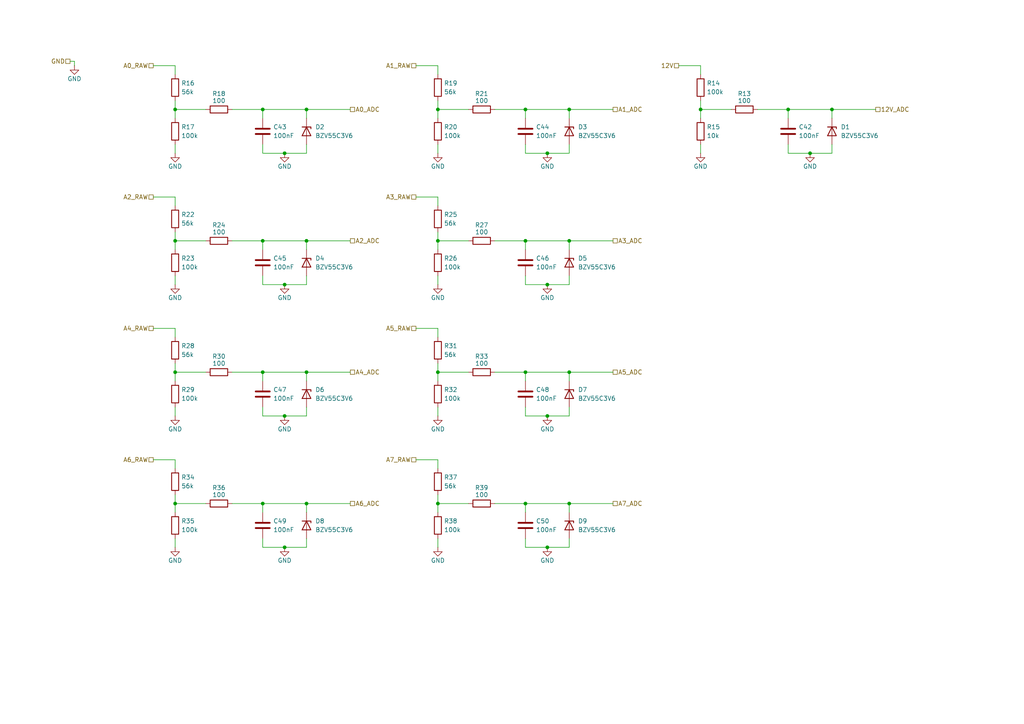
<source format=kicad_sch>
(kicad_sch (version 20250114) (generator "eeschema") (generator_version "9.0")
  (paper "A4")
  (lib_symbols
    (symbol "Device:C" (pin_numbers (hide yes)) (pin_names (offset 0.254))
      (property "Reference" "C" (at 0.635 2.54 0))
      (property "Value" "C" (at 0.635 -2.54 0))
      (symbol "C_0_1"
        (polyline (pts (xy -2.032 0.762) (xy 2.032 0.762)) (stroke (width 0.508)))
        (polyline (pts (xy -2.032 -0.762) (xy 2.032 -0.762)) (stroke (width 0.508)))
      )
      (symbol "C_1_1"
        (pin passive line (at 0 3.81 270) (length 2.794) (name "~") (number "1"))
        (pin passive line (at 0 -3.81 90) (length 2.794) (name "~") (number "2"))
      )
    )
    (symbol "Device:R" (pin_numbers (hide yes)) (pin_names (offset 0))
      (property "Reference" "R" (at 2.032 0 90))
      (property "Value" "R" (at 0 0 90))
      (symbol "R_0_1"
        (rectangle (start -1.016 -2.54) (end 1.016 2.54) (stroke (width 0.254)))
      )
      (symbol "R_1_1"
        (pin passive line (at 0 3.81 270) (length 1.27) (name "~") (number "1"))
        (pin passive line (at 0 -3.81 90) (length 1.27) (name "~") (number "2"))
      )
    )
    (symbol "Diode:BZV55C3V6" (pin_numbers (hide yes)) (pin_names (hide yes))
      (property "Reference" "D" (at 0 2.54 0))
      (property "Value" "BZV55C3V6" (at 0 -2.54 0))
      (symbol "BZV55C3V6_0_1"
        (polyline (pts (xy -1.27 -1.27) (xy -1.27 1.27) (xy -0.762 1.27)) (stroke (width 0.254)))
        (polyline (pts (xy 1.27 0) (xy -1.27 0)))
        (polyline (pts (xy 1.27 -1.27) (xy 1.27 1.27) (xy -1.27 0) (xy 1.27 -1.27)) (stroke (width 0.254)))
      )
      (symbol "BZV55C3V6_1_1"
        (pin passive line (at -3.81 0 0) (length 2.54) (name "K") (number "1"))
        (pin passive line (at 3.81 0 180) (length 2.54) (name "A") (number "2"))
      )
    )
    (symbol "power:GND" (power) (pin_numbers (hide yes)) (pin_names (offset 0) (hide yes))
      (property "Value" "GND" (at 0 -3.81 0))
      (symbol "GND_0_1"
        (polyline (pts (xy 0 0) (xy 0 -1.27) (xy 1.27 -1.27) (xy 0 -2.54) (xy -1.27 -1.27) (xy 0 -1.27)))
      )
      (symbol "GND_1_1"
        (pin power_in line (at 0 0 270) (length 0) (name "~") (number "1"))
      )
    )
  )
  (junction (at 152.4 69.85))
  (junction (at 76.2 31.75))
  (junction (at 152.4 107.95))
  (junction (at 88.9 146.05))
  (junction (at 165.1 69.85))
  (junction (at 158.75 120.65))
  (junction (at 241.3 31.75))
  (junction (at 127 31.75))
  (junction (at 76.2 69.85))
  (junction (at 158.75 44.45))
  (junction (at 50.8 146.05))
  (junction (at 234.95 44.45))
  (junction (at 50.8 107.95))
  (junction (at 127 146.05))
  (junction (at 152.4 146.05))
  (junction (at 127 69.85))
  (junction (at 88.9 69.85))
  (junction (at 127 107.95))
  (junction (at 82.55 158.75))
  (junction (at 165.1 146.05))
  (junction (at 82.55 44.45))
  (junction (at 76.2 146.05))
  (junction (at 165.1 107.95))
  (junction (at 203.2 31.75))
  (junction (at 82.55 82.55))
  (junction (at 76.2 107.95))
  (junction (at 50.8 31.75))
  (junction (at 50.8 69.85))
  (junction (at 152.4 31.75))
  (junction (at 82.55 120.65))
  (junction (at 158.75 82.55))
  (junction (at 158.75 158.75))
  (junction (at 165.1 31.75))
  (junction (at 228.6 31.75))
  (junction (at 88.9 31.75))
  (junction (at 88.9 107.95))
  (wire (pts (xy 165.1 69.85) (xy 165.1 72.39)))
  (wire (pts (xy 152.4 120.65) (xy 158.75 120.65)))
  (wire (pts (xy 88.9 44.45) (xy 88.9 41.91)))
  (wire (pts (xy 152.4 31.75) (xy 165.1 31.75)))
  (wire (pts (xy 127 29.21) (xy 127 31.75)))
  (wire (pts (xy 165.1 146.05) (xy 177.8 146.05)))
  (wire (pts (xy 50.8 41.91) (xy 50.8 44.45)))
  (wire (pts (xy 82.55 158.75) (xy 88.9 158.75)))
  (wire (pts (xy 152.4 44.45) (xy 158.75 44.45)))
  (wire (pts (xy 44.45 95.25) (xy 50.8 95.25)))
  (wire (pts (xy 127 31.75) (xy 127 34.29)))
  (wire (pts (xy 127 19.05) (xy 127 21.59)))
  (wire (pts (xy 76.2 158.75) (xy 82.55 158.75)))
  (wire (pts (xy 76.2 44.45) (xy 82.55 44.45)))
  (wire (pts (xy 50.8 156.21) (xy 50.8 158.75)))
  (wire (pts (xy 165.1 82.55) (xy 165.1 80.01)))
  (wire (pts (xy 76.2 44.45) (xy 76.2 41.91)))
  (wire (pts (xy 127 143.51) (xy 127 146.05)))
  (wire (pts (xy 50.8 143.51) (xy 50.8 146.05)))
  (wire (pts (xy 152.4 146.05) (xy 165.1 146.05)))
  (wire (pts (xy 152.4 69.85) (xy 165.1 69.85)))
  (wire (pts (xy 76.2 82.55) (xy 76.2 80.01)))
  (wire (pts (xy 50.8 29.21) (xy 50.8 31.75)))
  (wire (pts (xy 76.2 31.75) (xy 88.9 31.75)))
  (wire (pts (xy 152.4 44.45) (xy 152.4 41.91)))
  (wire (pts (xy 152.4 31.75) (xy 152.4 34.29)))
  (wire (pts (xy 152.4 158.75) (xy 158.75 158.75)))
  (wire (pts (xy 241.3 31.75) (xy 241.3 34.29)))
  (wire (pts (xy 21.59 17.78) (xy 20.32 17.78)))
  (wire (pts (xy 88.9 82.55) (xy 88.9 80.01)))
  (wire (pts (xy 219.71 31.75) (xy 228.6 31.75)))
  (wire (pts (xy 152.4 107.95) (xy 165.1 107.95)))
  (wire (pts (xy 76.2 69.85) (xy 88.9 69.85)))
  (wire (pts (xy 165.1 158.75) (xy 165.1 156.21)))
  (wire (pts (xy 228.6 31.75) (xy 228.6 34.29)))
  (wire (pts (xy 165.1 31.75) (xy 165.1 34.29)))
  (wire (pts (xy 67.31 69.85) (xy 76.2 69.85)))
  (wire (pts (xy 88.9 120.65) (xy 88.9 118.11)))
  (wire (pts (xy 88.9 107.95) (xy 88.9 110.49)))
  (wire (pts (xy 120.65 133.35) (xy 127 133.35)))
  (wire (pts (xy 152.4 82.55) (xy 158.75 82.55)))
  (wire (pts (xy 241.3 31.75) (xy 254 31.75)))
  (wire (pts (xy 88.9 69.85) (xy 101.6 69.85)))
  (wire (pts (xy 76.2 158.75) (xy 76.2 156.21)))
  (wire (pts (xy 127 31.75) (xy 135.89 31.75)))
  (wire (pts (xy 50.8 95.25) (xy 50.8 97.79)))
  (wire (pts (xy 88.9 158.75) (xy 88.9 156.21)))
  (wire (pts (xy 50.8 133.35) (xy 50.8 135.89)))
  (wire (pts (xy 44.45 133.35) (xy 50.8 133.35)))
  (wire (pts (xy 203.2 19.05) (xy 203.2 21.59)))
  (wire (pts (xy 88.9 69.85) (xy 88.9 72.39)))
  (wire (pts (xy 234.95 44.45) (xy 241.3 44.45)))
  (wire (pts (xy 127 118.11) (xy 127 120.65)))
  (wire (pts (xy 88.9 146.05) (xy 88.9 148.59)))
  (wire (pts (xy 203.2 41.91) (xy 203.2 44.45)))
  (wire (pts (xy 50.8 31.75) (xy 50.8 34.29)))
  (wire (pts (xy 50.8 31.75) (xy 59.69 31.75)))
  (wire (pts (xy 21.59 17.78) (xy 21.59 19.05)))
  (wire (pts (xy 165.1 44.45) (xy 165.1 41.91)))
  (wire (pts (xy 88.9 146.05) (xy 101.6 146.05)))
  (wire (pts (xy 127 107.95) (xy 127 110.49)))
  (wire (pts (xy 143.51 146.05) (xy 152.4 146.05)))
  (wire (pts (xy 76.2 146.05) (xy 88.9 146.05)))
  (wire (pts (xy 76.2 107.95) (xy 76.2 110.49)))
  (wire (pts (xy 127 57.15) (xy 127 59.69)))
  (wire (pts (xy 88.9 107.95) (xy 101.6 107.95)))
  (wire (pts (xy 165.1 31.75) (xy 177.8 31.75)))
  (wire (pts (xy 50.8 105.41) (xy 50.8 107.95)))
  (wire (pts (xy 127 69.85) (xy 127 72.39)))
  (wire (pts (xy 127 80.01) (xy 127 82.55)))
  (wire (pts (xy 88.9 31.75) (xy 101.6 31.75)))
  (wire (pts (xy 76.2 120.65) (xy 76.2 118.11)))
  (wire (pts (xy 158.75 44.45) (xy 165.1 44.45)))
  (wire (pts (xy 127 146.05) (xy 135.89 146.05)))
  (wire (pts (xy 143.51 69.85) (xy 152.4 69.85)))
  (wire (pts (xy 127 41.91) (xy 127 44.45)))
  (wire (pts (xy 228.6 44.45) (xy 228.6 41.91)))
  (wire (pts (xy 127 133.35) (xy 127 135.89)))
  (wire (pts (xy 152.4 69.85) (xy 152.4 72.39)))
  (wire (pts (xy 228.6 44.45) (xy 234.95 44.45)))
  (wire (pts (xy 203.2 31.75) (xy 203.2 34.29)))
  (wire (pts (xy 50.8 67.31) (xy 50.8 69.85)))
  (wire (pts (xy 44.45 19.05) (xy 50.8 19.05)))
  (wire (pts (xy 127 146.05) (xy 127 148.59)))
  (wire (pts (xy 127 69.85) (xy 135.89 69.85)))
  (wire (pts (xy 127 67.31) (xy 127 69.85)))
  (wire (pts (xy 82.55 82.55) (xy 88.9 82.55)))
  (wire (pts (xy 152.4 146.05) (xy 152.4 148.59)))
  (wire (pts (xy 50.8 118.11) (xy 50.8 120.65)))
  (wire (pts (xy 165.1 69.85) (xy 177.8 69.85)))
  (wire (pts (xy 165.1 120.65) (xy 165.1 118.11)))
  (wire (pts (xy 165.1 146.05) (xy 165.1 148.59)))
  (wire (pts (xy 67.31 31.75) (xy 76.2 31.75)))
  (wire (pts (xy 127 107.95) (xy 135.89 107.95)))
  (wire (pts (xy 228.6 31.75) (xy 241.3 31.75)))
  (wire (pts (xy 196.85 19.05) (xy 203.2 19.05)))
  (wire (pts (xy 50.8 107.95) (xy 59.69 107.95)))
  (wire (pts (xy 152.4 120.65) (xy 152.4 118.11)))
  (wire (pts (xy 76.2 69.85) (xy 76.2 72.39)))
  (wire (pts (xy 120.65 19.05) (xy 127 19.05)))
  (wire (pts (xy 50.8 19.05) (xy 50.8 21.59)))
  (wire (pts (xy 50.8 146.05) (xy 59.69 146.05)))
  (wire (pts (xy 67.31 107.95) (xy 76.2 107.95)))
  (wire (pts (xy 165.1 107.95) (xy 177.8 107.95)))
  (wire (pts (xy 152.4 107.95) (xy 152.4 110.49)))
  (wire (pts (xy 76.2 120.65) (xy 82.55 120.65)))
  (wire (pts (xy 127 156.21) (xy 127 158.75)))
  (wire (pts (xy 50.8 69.85) (xy 59.69 69.85)))
  (wire (pts (xy 143.51 107.95) (xy 152.4 107.95)))
  (wire (pts (xy 165.1 107.95) (xy 165.1 110.49)))
  (wire (pts (xy 152.4 158.75) (xy 152.4 156.21)))
  (wire (pts (xy 158.75 120.65) (xy 165.1 120.65)))
  (wire (pts (xy 82.55 44.45) (xy 88.9 44.45)))
  (wire (pts (xy 158.75 82.55) (xy 165.1 82.55)))
  (wire (pts (xy 203.2 29.21) (xy 203.2 31.75)))
  (wire (pts (xy 241.3 44.45) (xy 241.3 41.91)))
  (wire (pts (xy 76.2 82.55) (xy 82.55 82.55)))
  (wire (pts (xy 76.2 107.95) (xy 88.9 107.95)))
  (wire (pts (xy 50.8 80.01) (xy 50.8 82.55)))
  (wire (pts (xy 120.65 57.15) (xy 127 57.15)))
  (wire (pts (xy 76.2 31.75) (xy 76.2 34.29)))
  (wire (pts (xy 76.2 146.05) (xy 76.2 148.59)))
  (wire (pts (xy 50.8 146.05) (xy 50.8 148.59)))
  (wire (pts (xy 127 105.41) (xy 127 107.95)))
  (wire (pts (xy 50.8 107.95) (xy 50.8 110.49)))
  (wire (pts (xy 44.45 57.15) (xy 50.8 57.15)))
  (wire (pts (xy 67.31 146.05) (xy 76.2 146.05)))
  (wire (pts (xy 82.55 120.65) (xy 88.9 120.65)))
  (wire (pts (xy 158.75 158.75) (xy 165.1 158.75)))
  (wire (pts (xy 152.4 82.55) (xy 152.4 80.01)))
  (wire (pts (xy 127 95.25) (xy 127 97.79)))
  (wire (pts (xy 143.51 31.75) (xy 152.4 31.75)))
  (wire (pts (xy 88.9 31.75) (xy 88.9 34.29)))
  (wire (pts (xy 203.2 31.75) (xy 212.09 31.75)))
  (wire (pts (xy 50.8 57.15) (xy 50.8 59.69)))
  (wire (pts (xy 50.8 69.85) (xy 50.8 72.39)))
  (wire (pts (xy 120.65 95.25) (xy 127 95.25)))
  (hierarchical_label "A0_RAW" (shape passive) (at 44.45 19.05 180))
  (hierarchical_label "12V" (shape passive) (at 196.85 19.05 180))
  (hierarchical_label "A5_ADC" (shape passive) (at 177.8 107.95 0))
  (hierarchical_label "A2_ADC" (shape passive) (at 101.6 69.85 0))
  (hierarchical_label "A4_RAW" (shape passive) (at 44.45 95.25 180))
  (hierarchical_label "A1_RAW" (shape passive) (at 120.65 19.05 180))
  (hierarchical_label "A3_ADC" (shape passive) (at 177.8 69.85 0))
  (hierarchical_label "A0_ADC" (shape passive) (at 101.6 31.75 0))
  (hierarchical_label "A4_ADC" (shape passive) (at 101.6 107.95 0))
  (hierarchical_label "GND" (shape passive) (at 20.32 17.78 180))
  (hierarchical_label "A6_ADC" (shape passive) (at 101.6 146.05 0))
  (hierarchical_label "A3_RAW" (shape passive) (at 120.65 57.15 180))
  (hierarchical_label "12V_ADC" (shape passive) (at 254 31.75 0))
  (hierarchical_label "A7_ADC" (shape passive) (at 177.8 146.05 0))
  (hierarchical_label "A2_RAW" (shape passive) (at 44.45 57.15 180))
  (hierarchical_label "A5_RAW" (shape passive) (at 120.65 95.25 180))
  (hierarchical_label "A7_RAW" (shape passive) (at 120.65 133.35 180))
  (hierarchical_label "A6_RAW" (shape passive) (at 44.45 133.35 180))
  (hierarchical_label "A1_ADC" (shape passive) (at 177.8 31.75 0))
  (symbol (lib_id "power:GND") (at 127 82.55 0) (unit 1)
    (property "Reference" "#PWR072" (effects (hide yes)))
    (property "Value" "GND" (at 127 86.36 0))
    (property "Description" "Power symbol creates a global label with name \"GND\" , ground" (effects (hide yes)))
  )
  (symbol (lib_id "Device:C") (at 152.4 76.2 0) (unit 1)
    (property "Reference" "C46" (at 155.448 74.93 0) (effects (justify left)))
    (property "Value" "100nF" (at 155.448 77.47 0) (effects (justify left)))
    (property "Footprint" "Capacitor_SMD:C_0402_1005Metric_Pad0.74x0.62mm_HandSolder" (effects (hide yes)))
    (property "Description" "Unpolarized capacitor" (effects (hide yes)))
  )
  (symbol (lib_id "Diode:BZV55C3V6") (at 165.1 38.1 270) (unit 1)
    (property "Reference" "D3" (at 167.64 36.8299 90) (effects (justify left)))
    (property "Value" "BZV55C3V6" (at 167.64 39.3699 90) (effects (justify left)))
    (property "Footprint" "Diode_SMD:D_MiniMELF" (effects (hide yes)))
    (property "Datasheet" "https://assets.nexperia.com/documents/data-sheet/BZV55_SER.pdf" (effects (hide yes)))
    (property "Description" "3.6V, 500mW, 5%, Zener diode, MiniMELF" (effects (hide yes)))
  )
  (symbol (lib_id "Device:R") (at 127 139.7 0) (unit 1)
    (property "Reference" "R37" (at 128.778 138.43 0) (effects (justify left)))
    (property "Value" "56k" (at 128.778 140.97 0) (effects (justify left)))
    (property "Footprint" "Capacitor_SMD:C_0402_1005Metric_Pad0.74x0.62mm_HandSolder" (effects (hide yes)))
    (property "Description" "Resistor" (effects (hide yes)))
  )
  (symbol (lib_id "power:GND") (at 82.55 44.45 0) (unit 1)
    (property "Reference" "#PWR067" (effects (hide yes)))
    (property "Value" "GND" (at 82.55 48.26 0))
    (property "Description" "Power symbol creates a global label with name \"GND\" , ground" (effects (hide yes)))
  )
  (symbol (lib_id "Device:R") (at 139.7 146.05 90) (unit 1)
    (property "Reference" "R39" (at 139.7 141.478 90))
    (property "Value" "100" (at 139.7 143.51 90))
    (property "Footprint" "Capacitor_SMD:C_0402_1005Metric_Pad0.74x0.62mm_HandSolder" (effects (hide yes)))
    (property "Description" "Resistor" (effects (hide yes)))
  )
  (symbol (lib_id "Device:C") (at 152.4 38.1 0) (unit 1)
    (property "Reference" "C44" (at 155.448 36.83 0) (effects (justify left)))
    (property "Value" "100nF" (at 155.448 39.37 0) (effects (justify left)))
    (property "Footprint" "Capacitor_SMD:C_0402_1005Metric_Pad0.74x0.62mm_HandSolder" (effects (hide yes)))
    (property "Description" "Unpolarized capacitor" (effects (hide yes)))
  )
  (symbol (lib_id "Device:R") (at 50.8 38.1 0) (unit 1)
    (property "Reference" "R17" (at 52.578 36.83 0) (effects (justify left)))
    (property "Value" "100k" (at 52.578 39.37 0) (effects (justify left)))
    (property "Footprint" "Capacitor_SMD:C_0402_1005Metric_Pad0.74x0.62mm_HandSolder" (effects (hide yes)))
    (property "Description" "Resistor" (effects (hide yes)))
  )
  (symbol (lib_id "power:GND") (at 203.2 44.45 0) (unit 1)
    (property "Reference" "#PWR065" (effects (hide yes)))
    (property "Value" "GND" (at 203.2 48.26 0))
    (property "Description" "Power symbol creates a global label with name \"GND\" , ground" (effects (hide yes)))
  )
  (symbol (lib_id "power:GND") (at 127 120.65 0) (unit 1)
    (property "Reference" "#PWR076" (effects (hide yes)))
    (property "Value" "GND" (at 127 124.46 0))
    (property "Description" "Power symbol creates a global label with name \"GND\" , ground" (effects (hide yes)))
  )
  (symbol (lib_id "Diode:BZV55C3V6") (at 88.9 114.3 270) (unit 1)
    (property "Reference" "D6" (at 91.44 113.0299 90) (effects (justify left)))
    (property "Value" "BZV55C3V6" (at 91.44 115.5699 90) (effects (justify left)))
    (property "Footprint" "Diode_SMD:D_MiniMELF" (effects (hide yes)))
    (property "Datasheet" "https://assets.nexperia.com/documents/data-sheet/BZV55_SER.pdf" (effects (hide yes)))
    (property "Description" "3.6V, 500mW, 5%, Zener diode, MiniMELF" (effects (hide yes)))
  )
  (symbol (lib_id "Device:R") (at 50.8 101.6 0) (unit 1)
    (property "Reference" "R28" (at 52.578 100.33 0) (effects (justify left)))
    (property "Value" "56k" (at 52.578 102.87 0) (effects (justify left)))
    (property "Footprint" "Capacitor_SMD:C_0402_1005Metric_Pad0.74x0.62mm_HandSolder" (effects (hide yes)))
    (property "Description" "Resistor" (effects (hide yes)))
  )
  (symbol (lib_id "power:GND") (at 50.8 44.45 0) (unit 1)
    (property "Reference" "#PWR066" (effects (hide yes)))
    (property "Value" "GND" (at 50.8 48.26 0))
    (property "Description" "Power symbol creates a global label with name \"GND\" , ground" (effects (hide yes)))
  )
  (symbol (lib_id "power:GND") (at 82.55 82.55 0) (unit 1)
    (property "Reference" "#PWR071" (effects (hide yes)))
    (property "Value" "GND" (at 82.55 86.36 0))
    (property "Description" "Power symbol creates a global label with name \"GND\" , ground" (effects (hide yes)))
  )
  (symbol (lib_id "Device:R") (at 203.2 38.1 0) (unit 1)
    (property "Reference" "R15" (at 204.978 36.83 0) (effects (justify left)))
    (property "Value" "10k" (at 204.978 39.37 0) (effects (justify left)))
    (property "Footprint" "Capacitor_SMD:C_0402_1005Metric_Pad0.74x0.62mm_HandSolder" (effects (hide yes)))
    (property "Description" "Resistor" (effects (hide yes)))
  )
  (symbol (lib_id "Device:R") (at 50.8 25.4 0) (unit 1)
    (property "Reference" "R16" (at 52.578 24.13 0) (effects (justify left)))
    (property "Value" "56k" (at 52.578 26.67 0) (effects (justify left)))
    (property "Footprint" "Capacitor_SMD:C_0402_1005Metric_Pad0.74x0.62mm_HandSolder" (effects (hide yes)))
    (property "Description" "Resistor" (effects (hide yes)))
  )
  (symbol (lib_id "Device:C") (at 152.4 114.3 0) (unit 1)
    (property "Reference" "C48" (at 155.448 113.03 0) (effects (justify left)))
    (property "Value" "100nF" (at 155.448 115.57 0) (effects (justify left)))
    (property "Footprint" "Capacitor_SMD:C_0402_1005Metric_Pad0.74x0.62mm_HandSolder" (effects (hide yes)))
    (property "Description" "Unpolarized capacitor" (effects (hide yes)))
  )
  (symbol (lib_id "Device:R") (at 127 101.6 0) (unit 1)
    (property "Reference" "R31" (at 128.778 100.33 0) (effects (justify left)))
    (property "Value" "56k" (at 128.778 102.87 0) (effects (justify left)))
    (property "Footprint" "Capacitor_SMD:C_0402_1005Metric_Pad0.74x0.62mm_HandSolder" (effects (hide yes)))
    (property "Description" "Resistor" (effects (hide yes)))
  )
  (symbol (lib_id "Diode:BZV55C3V6") (at 88.9 76.2 270) (unit 1)
    (property "Reference" "D4" (at 91.44 74.9299 90) (effects (justify left)))
    (property "Value" "BZV55C3V6" (at 91.44 77.4699 90) (effects (justify left)))
    (property "Footprint" "Diode_SMD:D_MiniMELF" (effects (hide yes)))
    (property "Datasheet" "https://assets.nexperia.com/documents/data-sheet/BZV55_SER.pdf" (effects (hide yes)))
    (property "Description" "3.6V, 500mW, 5%, Zener diode, MiniMELF" (effects (hide yes)))
  )
  (symbol (lib_id "Device:R") (at 50.8 63.5 0) (unit 1)
    (property "Reference" "R22" (at 52.578 62.23 0) (effects (justify left)))
    (property "Value" "56k" (at 52.578 64.77 0) (effects (justify left)))
    (property "Footprint" "Capacitor_SMD:C_0402_1005Metric_Pad0.74x0.62mm_HandSolder" (effects (hide yes)))
    (property "Description" "Resistor" (effects (hide yes)))
  )
  (symbol (lib_id "power:GND") (at 50.8 82.55 0) (unit 1)
    (property "Reference" "#PWR070" (effects (hide yes)))
    (property "Value" "GND" (at 50.8 86.36 0))
    (property "Description" "Power symbol creates a global label with name \"GND\" , ground" (effects (hide yes)))
  )
  (symbol (lib_id "Device:R") (at 50.8 152.4 0) (unit 1)
    (property "Reference" "R35" (at 52.578 151.13 0) (effects (justify left)))
    (property "Value" "100k" (at 52.578 153.67 0) (effects (justify left)))
    (property "Footprint" "Capacitor_SMD:C_0402_1005Metric_Pad0.74x0.62mm_HandSolder" (effects (hide yes)))
    (property "Description" "Resistor" (effects (hide yes)))
  )
  (symbol (lib_id "Device:C") (at 152.4 152.4 0) (unit 1)
    (property "Reference" "C50" (at 155.448 151.13 0) (effects (justify left)))
    (property "Value" "100nF" (at 155.448 153.67 0) (effects (justify left)))
    (property "Footprint" "Capacitor_SMD:C_0402_1005Metric_Pad0.74x0.62mm_HandSolder" (effects (hide yes)))
    (property "Description" "Unpolarized capacitor" (effects (hide yes)))
  )
  (symbol (lib_id "Device:C") (at 76.2 38.1 0) (unit 1)
    (property "Reference" "C43" (at 79.248 36.83 0) (effects (justify left)))
    (property "Value" "100nF" (at 79.248 39.37 0) (effects (justify left)))
    (property "Footprint" "Capacitor_SMD:C_0402_1005Metric_Pad0.74x0.62mm_HandSolder" (effects (hide yes)))
    (property "Description" "Unpolarized capacitor" (effects (hide yes)))
  )
  (symbol (lib_id "Device:R") (at 50.8 76.2 0) (unit 1)
    (property "Reference" "R23" (at 52.578 74.93 0) (effects (justify left)))
    (property "Value" "100k" (at 52.578 77.47 0) (effects (justify left)))
    (property "Footprint" "Capacitor_SMD:C_0402_1005Metric_Pad0.74x0.62mm_HandSolder" (effects (hide yes)))
    (property "Description" "Resistor" (effects (hide yes)))
  )
  (symbol (lib_id "power:GND") (at 158.75 44.45 0) (unit 1)
    (property "Reference" "#PWR069" (effects (hide yes)))
    (property "Value" "GND" (at 158.75 48.26 0))
    (property "Description" "Power symbol creates a global label with name \"GND\" , ground" (effects (hide yes)))
  )
  (symbol (lib_id "power:GND") (at 21.59 19.05 0) (unit 1)
    (property "Reference" "#PWR059" (effects (hide yes)))
    (property "Value" "GND" (at 21.59 22.86 0))
    (property "Description" "Power symbol creates a global label with name \"GND\" , ground" (effects (hide yes)))
  )
  (symbol (lib_id "power:GND") (at 50.8 120.65 0) (unit 1)
    (property "Reference" "#PWR074" (effects (hide yes)))
    (property "Value" "GND" (at 50.8 124.46 0))
    (property "Description" "Power symbol creates a global label with name \"GND\" , ground" (effects (hide yes)))
  )
  (symbol (lib_id "power:GND") (at 82.55 158.75 0) (unit 1)
    (property "Reference" "#PWR079" (effects (hide yes)))
    (property "Value" "GND" (at 82.55 162.56 0))
    (property "Description" "Power symbol creates a global label with name \"GND\" , ground" (effects (hide yes)))
  )
  (symbol (lib_id "power:GND") (at 158.75 82.55 0) (unit 1)
    (property "Reference" "#PWR073" (effects (hide yes)))
    (property "Value" "GND" (at 158.75 86.36 0))
    (property "Description" "Power symbol creates a global label with name \"GND\" , ground" (effects (hide yes)))
  )
  (symbol (lib_id "power:GND") (at 50.8 158.75 0) (unit 1)
    (property "Reference" "#PWR078" (effects (hide yes)))
    (property "Value" "GND" (at 50.8 162.56 0))
    (property "Description" "Power symbol creates a global label with name \"GND\" , ground" (effects (hide yes)))
  )
  (symbol (lib_id "Device:R") (at 127 76.2 0) (unit 1)
    (property "Reference" "R26" (at 128.778 74.93 0) (effects (justify left)))
    (property "Value" "100k" (at 128.778 77.47 0) (effects (justify left)))
    (property "Footprint" "Capacitor_SMD:C_0402_1005Metric_Pad0.74x0.62mm_HandSolder" (effects (hide yes)))
    (property "Description" "Resistor" (effects (hide yes)))
  )
  (symbol (lib_id "Diode:BZV55C3V6") (at 165.1 76.2 270) (unit 1)
    (property "Reference" "D5" (at 167.64 74.9299 90) (effects (justify left)))
    (property "Value" "BZV55C3V6" (at 167.64 77.4699 90) (effects (justify left)))
    (property "Footprint" "Diode_SMD:D_MiniMELF" (effects (hide yes)))
    (property "Datasheet" "https://assets.nexperia.com/documents/data-sheet/BZV55_SER.pdf" (effects (hide yes)))
    (property "Description" "3.6V, 500mW, 5%, Zener diode, MiniMELF" (effects (hide yes)))
  )
  (symbol (lib_id "Diode:BZV55C3V6") (at 241.3 38.1 270) (unit 1)
    (property "Reference" "D1" (at 243.84 36.8299 90) (effects (justify left)))
    (property "Value" "BZV55C3V6" (at 243.84 39.3699 90) (effects (justify left)))
    (property "Footprint" "Diode_SMD:D_MiniMELF" (effects (hide yes)))
    (property "Datasheet" "https://assets.nexperia.com/documents/data-sheet/BZV55_SER.pdf" (effects (hide yes)))
    (property "Description" "3.6V, 500mW, 5%, Zener diode, MiniMELF" (effects (hide yes)))
  )
  (symbol (lib_id "Device:R") (at 215.9 31.75 90) (unit 1)
    (property "Reference" "R13" (at 215.9 27.178 90))
    (property "Value" "100" (at 215.9 29.21 90))
    (property "Footprint" "Capacitor_SMD:C_0402_1005Metric_Pad0.74x0.62mm_HandSolder" (effects (hide yes)))
    (property "Description" "Resistor" (effects (hide yes)))
  )
  (symbol (lib_id "Device:C") (at 76.2 152.4 0) (unit 1)
    (property "Reference" "C49" (at 79.248 151.13 0) (effects (justify left)))
    (property "Value" "100nF" (at 79.248 153.67 0) (effects (justify left)))
    (property "Footprint" "Capacitor_SMD:C_0402_1005Metric_Pad0.74x0.62mm_HandSolder" (effects (hide yes)))
    (property "Description" "Unpolarized capacitor" (effects (hide yes)))
  )
  (symbol (lib_id "power:GND") (at 158.75 120.65 0) (unit 1)
    (property "Reference" "#PWR077" (effects (hide yes)))
    (property "Value" "GND" (at 158.75 124.46 0))
    (property "Description" "Power symbol creates a global label with name \"GND\" , ground" (effects (hide yes)))
  )
  (symbol (lib_id "Device:R") (at 127 114.3 0) (unit 1)
    (property "Reference" "R32" (at 128.778 113.03 0) (effects (justify left)))
    (property "Value" "100k" (at 128.778 115.57 0) (effects (justify left)))
    (property "Footprint" "Capacitor_SMD:C_0402_1005Metric_Pad0.74x0.62mm_HandSolder" (effects (hide yes)))
    (property "Description" "Resistor" (effects (hide yes)))
  )
  (symbol (lib_id "Device:R") (at 50.8 139.7 0) (unit 1)
    (property "Reference" "R34" (at 52.578 138.43 0) (effects (justify left)))
    (property "Value" "56k" (at 52.578 140.97 0) (effects (justify left)))
    (property "Footprint" "Capacitor_SMD:C_0402_1005Metric_Pad0.74x0.62mm_HandSolder" (effects (hide yes)))
    (property "Description" "Resistor" (effects (hide yes)))
  )
  (symbol (lib_id "Device:R") (at 139.7 107.95 90) (unit 1)
    (property "Reference" "R33" (at 139.7 103.378 90))
    (property "Value" "100" (at 139.7 105.41 90))
    (property "Footprint" "Capacitor_SMD:C_0402_1005Metric_Pad0.74x0.62mm_HandSolder" (effects (hide yes)))
    (property "Description" "Resistor" (effects (hide yes)))
  )
  (symbol (lib_id "power:GND") (at 127 158.75 0) (unit 1)
    (property "Reference" "#PWR080" (effects (hide yes)))
    (property "Value" "GND" (at 127 162.56 0))
    (property "Description" "Power symbol creates a global label with name \"GND\" , ground" (effects (hide yes)))
  )
  (symbol (lib_id "Device:R") (at 63.5 146.05 90) (unit 1)
    (property "Reference" "R36" (at 63.5 141.478 90))
    (property "Value" "100" (at 63.5 143.51 90))
    (property "Footprint" "Capacitor_SMD:C_0402_1005Metric_Pad0.74x0.62mm_HandSolder" (effects (hide yes)))
    (property "Description" "Resistor" (effects (hide yes)))
  )
  (symbol (lib_id "Device:R") (at 63.5 107.95 90) (unit 1)
    (property "Reference" "R30" (at 63.5 103.378 90))
    (property "Value" "100" (at 63.5 105.41 90))
    (property "Footprint" "Capacitor_SMD:C_0402_1005Metric_Pad0.74x0.62mm_HandSolder" (effects (hide yes)))
    (property "Description" "Resistor" (effects (hide yes)))
  )
  (symbol (lib_id "Diode:BZV55C3V6") (at 165.1 152.4 270) (unit 1)
    (property "Reference" "D9" (at 167.64 151.1299 90) (effects (justify left)))
    (property "Value" "BZV55C3V6" (at 167.64 153.6699 90) (effects (justify left)))
    (property "Footprint" "Diode_SMD:D_MiniMELF" (effects (hide yes)))
    (property "Datasheet" "https://assets.nexperia.com/documents/data-sheet/BZV55_SER.pdf" (effects (hide yes)))
    (property "Description" "3.6V, 500mW, 5%, Zener diode, MiniMELF" (effects (hide yes)))
  )
  (symbol (lib_id "Device:R") (at 139.7 69.85 90) (unit 1)
    (property "Reference" "R27" (at 139.7 65.278 90))
    (property "Value" "100" (at 139.7 67.31 90))
    (property "Footprint" "Capacitor_SMD:C_0402_1005Metric_Pad0.74x0.62mm_HandSolder" (effects (hide yes)))
    (property "Description" "Resistor" (effects (hide yes)))
  )
  (symbol (lib_id "Device:R") (at 63.5 31.75 90) (unit 1)
    (property "Reference" "R18" (at 63.5 27.178 90))
    (property "Value" "100" (at 63.5 29.21 90))
    (property "Footprint" "Capacitor_SMD:C_0402_1005Metric_Pad0.74x0.62mm_HandSolder" (effects (hide yes)))
    (property "Description" "Resistor" (effects (hide yes)))
  )
  (symbol (lib_id "Device:C") (at 228.6 38.1 0) (unit 1)
    (property "Reference" "C42" (at 231.648 36.83 0) (effects (justify left)))
    (property "Value" "100nF" (at 231.648 39.37 0) (effects (justify left)))
    (property "Footprint" "Capacitor_SMD:C_0402_1005Metric_Pad0.74x0.62mm_HandSolder" (effects (hide yes)))
    (property "Description" "Unpolarized capacitor" (effects (hide yes)))
  )
  (symbol (lib_id "Diode:BZV55C3V6") (at 88.9 38.1 270) (unit 1)
    (property "Reference" "D2" (at 91.44 36.8299 90) (effects (justify left)))
    (property "Value" "BZV55C3V6" (at 91.44 39.3699 90) (effects (justify left)))
    (property "Footprint" "Diode_SMD:D_MiniMELF" (effects (hide yes)))
    (property "Datasheet" "https://assets.nexperia.com/documents/data-sheet/BZV55_SER.pdf" (effects (hide yes)))
    (property "Description" "3.6V, 500mW, 5%, Zener diode, MiniMELF" (effects (hide yes)))
  )
  (symbol (lib_id "power:GND") (at 234.95 44.45 0) (unit 1)
    (property "Reference" "#PWR064" (effects (hide yes)))
    (property "Value" "GND" (at 234.95 48.26 0))
    (property "Description" "Power symbol creates a global label with name \"GND\" , ground" (effects (hide yes)))
  )
  (symbol (lib_id "Device:R") (at 127 38.1 0) (unit 1)
    (property "Reference" "R20" (at 128.778 36.83 0) (effects (justify left)))
    (property "Value" "100k" (at 128.778 39.37 0) (effects (justify left)))
    (property "Footprint" "Capacitor_SMD:C_0402_1005Metric_Pad0.74x0.62mm_HandSolder" (effects (hide yes)))
    (property "Description" "Resistor" (effects (hide yes)))
  )
  (symbol (lib_id "power:GND") (at 127 44.45 0) (unit 1)
    (property "Reference" "#PWR068" (effects (hide yes)))
    (property "Value" "GND" (at 127 48.26 0))
    (property "Description" "Power symbol creates a global label with name \"GND\" , ground" (effects (hide yes)))
  )
  (symbol (lib_id "Device:C") (at 76.2 114.3 0) (unit 1)
    (property "Reference" "C47" (at 79.248 113.03 0) (effects (justify left)))
    (property "Value" "100nF" (at 79.248 115.57 0) (effects (justify left)))
    (property "Footprint" "Capacitor_SMD:C_0402_1005Metric_Pad0.74x0.62mm_HandSolder" (effects (hide yes)))
    (property "Description" "Unpolarized capacitor" (effects (hide yes)))
  )
  (symbol (lib_id "Device:R") (at 139.7 31.75 90) (unit 1)
    (property "Reference" "R21" (at 139.7 27.178 90))
    (property "Value" "100" (at 139.7 29.21 90))
    (property "Footprint" "Capacitor_SMD:C_0402_1005Metric_Pad0.74x0.62mm_HandSolder" (effects (hide yes)))
    (property "Description" "Resistor" (effects (hide yes)))
  )
  (symbol (lib_id "Device:R") (at 63.5 69.85 90) (unit 1)
    (property "Reference" "R24" (at 63.5 65.278 90))
    (property "Value" "100" (at 63.5 67.31 90))
    (property "Footprint" "Capacitor_SMD:C_0402_1005Metric_Pad0.74x0.62mm_HandSolder" (effects (hide yes)))
    (property "Description" "Resistor" (effects (hide yes)))
  )
  (symbol (lib_id "Device:R") (at 127 63.5 0) (unit 1)
    (property "Reference" "R25" (at 128.778 62.23 0) (effects (justify left)))
    (property "Value" "56k" (at 128.778 64.77 0) (effects (justify left)))
    (property "Footprint" "Capacitor_SMD:C_0402_1005Metric_Pad0.74x0.62mm_HandSolder" (effects (hide yes)))
    (property "Description" "Resistor" (effects (hide yes)))
  )
  (symbol (lib_id "Device:R") (at 127 152.4 0) (unit 1)
    (property "Reference" "R38" (at 128.778 151.13 0) (effects (justify left)))
    (property "Value" "100k" (at 128.778 153.67 0) (effects (justify left)))
    (property "Footprint" "Capacitor_SMD:C_0402_1005Metric_Pad0.74x0.62mm_HandSolder" (effects (hide yes)))
    (property "Description" "Resistor" (effects (hide yes)))
  )
  (symbol (lib_id "Device:R") (at 203.2 25.4 0) (unit 1)
    (property "Reference" "R14" (at 204.978 24.13 0) (effects (justify left)))
    (property "Value" "100k" (at 204.978 26.67 0) (effects (justify left)))
    (property "Footprint" "Capacitor_SMD:C_0402_1005Metric_Pad0.74x0.62mm_HandSolder" (effects (hide yes)))
    (property "Description" "Resistor" (effects (hide yes)))
  )
  (symbol (lib_id "Diode:BZV55C3V6") (at 165.1 114.3 270) (unit 1)
    (property "Reference" "D7" (at 167.64 113.0299 90) (effects (justify left)))
    (property "Value" "BZV55C3V6" (at 167.64 115.5699 90) (effects (justify left)))
    (property "Footprint" "Diode_SMD:D_MiniMELF" (effects (hide yes)))
    (property "Datasheet" "https://assets.nexperia.com/documents/data-sheet/BZV55_SER.pdf" (effects (hide yes)))
    (property "Description" "3.6V, 500mW, 5%, Zener diode, MiniMELF" (effects (hide yes)))
  )
  (symbol (lib_id "Device:C") (at 76.2 76.2 0) (unit 1)
    (property "Reference" "C45" (at 79.248 74.93 0) (effects (justify left)))
    (property "Value" "100nF" (at 79.248 77.47 0) (effects (justify left)))
    (property "Footprint" "Capacitor_SMD:C_0402_1005Metric_Pad0.74x0.62mm_HandSolder" (effects (hide yes)))
    (property "Description" "Unpolarized capacitor" (effects (hide yes)))
  )
  (symbol (lib_id "power:GND") (at 82.55 120.65 0) (unit 1)
    (property "Reference" "#PWR075" (effects (hide yes)))
    (property "Value" "GND" (at 82.55 124.46 0))
    (property "Description" "Power symbol creates a global label with name \"GND\" , ground" (effects (hide yes)))
  )
  (symbol (lib_id "Diode:BZV55C3V6") (at 88.9 152.4 270) (unit 1)
    (property "Reference" "D8" (at 91.44 151.1299 90) (effects (justify left)))
    (property "Value" "BZV55C3V6" (at 91.44 153.6699 90) (effects (justify left)))
    (property "Footprint" "Diode_SMD:D_MiniMELF" (effects (hide yes)))
    (property "Datasheet" "https://assets.nexperia.com/documents/data-sheet/BZV55_SER.pdf" (effects (hide yes)))
    (property "Description" "3.6V, 500mW, 5%, Zener diode, MiniMELF" (effects (hide yes)))
  )
  (symbol (lib_id "power:GND") (at 158.75 158.75 0) (unit 1)
    (property "Reference" "#PWR081" (effects (hide yes)))
    (property "Value" "GND" (at 158.75 162.56 0))
    (property "Description" "Power symbol creates a global label with name \"GND\" , ground" (effects (hide yes)))
  )
  (symbol (lib_id "Device:R") (at 50.8 114.3 0) (unit 1)
    (property "Reference" "R29" (at 52.578 113.03 0) (effects (justify left)))
    (property "Value" "100k" (at 52.578 115.57 0) (effects (justify left)))
    (property "Footprint" "Capacitor_SMD:C_0402_1005Metric_Pad0.74x0.62mm_HandSolder" (effects (hide yes)))
    (property "Description" "Resistor" (effects (hide yes)))
  )
  (symbol (lib_id "Device:R") (at 127 25.4 0) (unit 1)
    (property "Reference" "R19" (at 128.778 24.13 0) (effects (justify left)))
    (property "Value" "56k" (at 128.778 26.67 0) (effects (justify left)))
    (property "Footprint" "Capacitor_SMD:C_0402_1005Metric_Pad0.74x0.62mm_HandSolder" (effects (hide yes)))
    (property "Description" "Resistor" (effects (hide yes)))
  )
)
</source>
